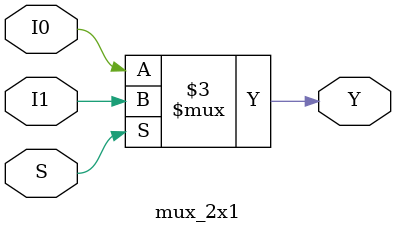
<source format=v>
`timescale 1ns / 1ps

module mux_2x1(
input I0, I1, S,
output reg Y
    );
    
always@(*) begin
   if(S) Y= I1;
   else Y= I0;
end   
 
endmodule

</source>
